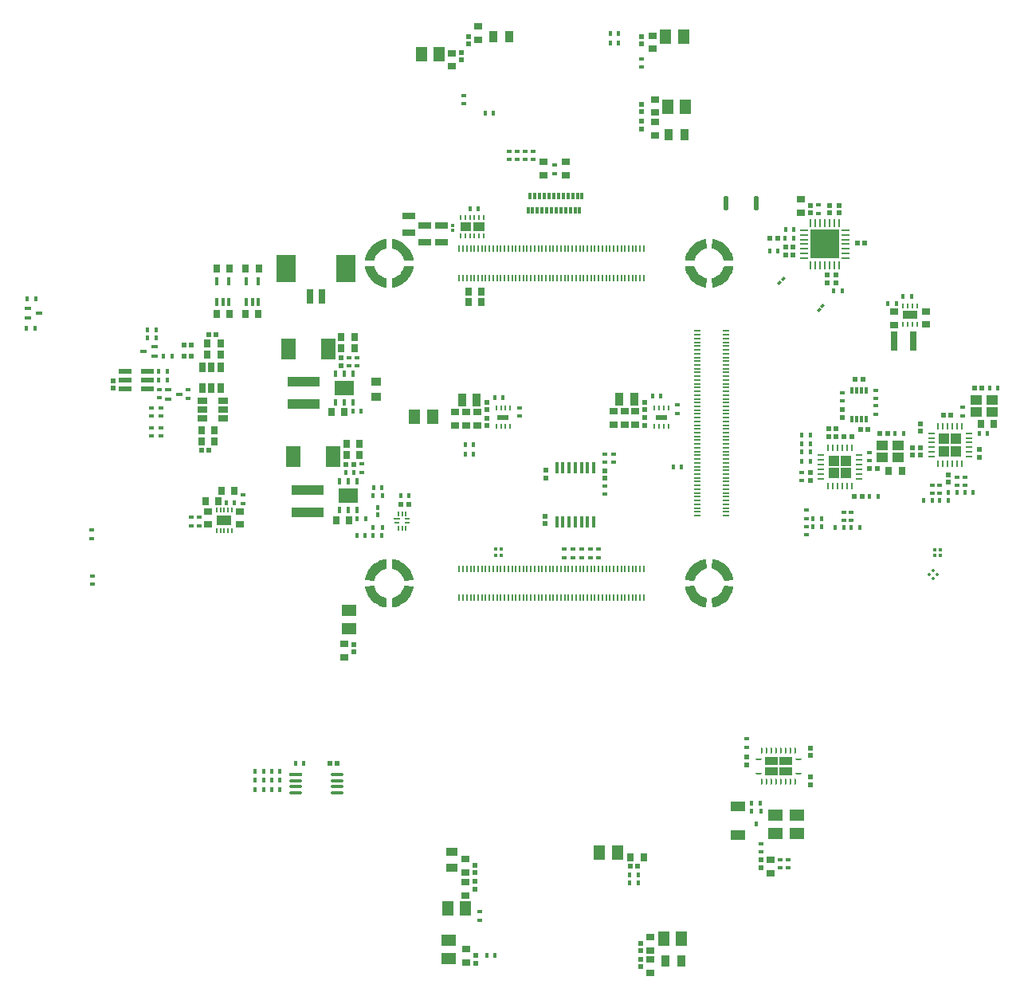
<source format=gtp>
G04*
G04 #@! TF.GenerationSoftware,Altium Limited,Altium Designer,23.5.1 (21)*
G04*
G04 Layer_Color=8421504*
%FSLAX44Y44*%
%MOMM*%
G71*
G04*
G04 #@! TF.SameCoordinates,796DE07C-666B-433A-AA3A-A7060A37A772*
G04*
G04*
G04 #@! TF.FilePolarity,Positive*
G04*
G01*
G75*
%ADD21R,1.3300X0.9200*%
%ADD22R,0.3500X0.7000*%
%ADD23R,2.0000X1.5200*%
%ADD24R,1.2458X0.5458*%
%ADD25R,0.5500X0.4500*%
%ADD26R,0.7000X0.9000*%
%ADD27R,0.7000X0.1800*%
%ADD28R,0.4000X0.5100*%
%ADD29R,0.4500X0.5500*%
%ADD30R,1.3000X1.5000*%
G04:AMPARAMS|DCode=31|XSize=0.55mm|YSize=1.5mm|CornerRadius=0.1375mm|HoleSize=0mm|Usage=FLASHONLY|Rotation=0.000|XOffset=0mm|YOffset=0mm|HoleType=Round|Shape=RoundedRectangle|*
%AMROUNDEDRECTD31*
21,1,0.5500,1.2250,0,0,0.0*
21,1,0.2750,1.5000,0,0,0.0*
1,1,0.2750,0.1375,-0.6125*
1,1,0.2750,-0.1375,-0.6125*
1,1,0.2750,-0.1375,0.6125*
1,1,0.2750,0.1375,0.6125*
%
%ADD31ROUNDEDRECTD31*%
%ADD32R,0.5200X0.5200*%
%ADD33R,1.5000X1.3000*%
G04:AMPARAMS|DCode=34|XSize=0.25mm|YSize=0.65mm|CornerRadius=0.0625mm|HoleSize=0mm|Usage=FLASHONLY|Rotation=270.000|XOffset=0mm|YOffset=0mm|HoleType=Round|Shape=RoundedRectangle|*
%AMROUNDEDRECTD34*
21,1,0.2500,0.5250,0,0,270.0*
21,1,0.1250,0.6500,0,0,270.0*
1,1,0.1250,-0.2625,-0.0625*
1,1,0.1250,-0.2625,0.0625*
1,1,0.1250,0.2625,0.0625*
1,1,0.1250,0.2625,-0.0625*
%
%ADD34ROUNDEDRECTD34*%
G04:AMPARAMS|DCode=35|XSize=0.24mm|YSize=0.6mm|CornerRadius=0.06mm|HoleSize=0mm|Usage=FLASHONLY|Rotation=0.000|XOffset=0mm|YOffset=0mm|HoleType=Round|Shape=RoundedRectangle|*
%AMROUNDEDRECTD35*
21,1,0.2400,0.4800,0,0,0.0*
21,1,0.1200,0.6000,0,0,0.0*
1,1,0.1200,0.0600,-0.2400*
1,1,0.1200,-0.0600,-0.2400*
1,1,0.1200,-0.0600,0.2400*
1,1,0.1200,0.0600,0.2400*
%
%ADD35ROUNDEDRECTD35*%
%ADD36R,0.8500X1.3000*%
%ADD37R,0.7100X0.3000*%
%ADD38R,1.3000X0.8500*%
%ADD39R,0.9000X0.7000*%
%ADD40R,3.1000X3.1000*%
%ADD41R,0.2900X0.8900*%
%ADD42R,0.8900X0.2900*%
%ADD43R,0.5200X0.5200*%
%ADD44R,0.2250X0.5630*%
%ADD45R,0.3000X0.7500*%
%ADD46R,0.6630X0.2250*%
%ADD47R,0.5630X0.2250*%
G04:AMPARAMS|DCode=48|XSize=0.4mm|YSize=1.2mm|CornerRadius=0.1mm|HoleSize=0mm|Usage=FLASHONLY|Rotation=180.000|XOffset=0mm|YOffset=0mm|HoleType=Round|Shape=RoundedRectangle|*
%AMROUNDEDRECTD48*
21,1,0.4000,1.0000,0,0,180.0*
21,1,0.2000,1.2000,0,0,180.0*
1,1,0.2000,-0.1000,0.5000*
1,1,0.2000,0.1000,0.5000*
1,1,0.2000,0.1000,-0.5000*
1,1,0.2000,-0.1000,-0.5000*
%
%ADD48ROUNDEDRECTD48*%
%ADD49R,1.4000X0.3500*%
%ADD50O,1.4000X0.3500*%
%ADD51R,0.2500X0.7500*%
%ADD52R,0.7500X0.2500*%
G04:AMPARAMS|DCode=53|XSize=0.5mm|YSize=0.25mm|CornerRadius=0.0313mm|HoleSize=0mm|Usage=FLASHONLY|Rotation=90.000|XOffset=0mm|YOffset=0mm|HoleType=Round|Shape=RoundedRectangle|*
%AMROUNDEDRECTD53*
21,1,0.5000,0.1875,0,0,90.0*
21,1,0.4375,0.2500,0,0,90.0*
1,1,0.0625,0.0938,0.2188*
1,1,0.0625,0.0938,-0.2188*
1,1,0.0625,-0.0938,-0.2188*
1,1,0.0625,-0.0938,0.2188*
%
%ADD53ROUNDEDRECTD53*%
%ADD54R,0.2540X0.5588*%
%ADD55R,1.6002X0.9906*%
%ADD56R,0.3500X0.8500*%
%ADD57R,0.2800X0.5000*%
%ADD58R,1.6000X0.9000*%
%ADD59R,1.3300X0.5600*%
%ADD60R,0.3000X0.8000*%
G04:AMPARAMS|DCode=61|XSize=0.5mm|YSize=0.25mm|CornerRadius=0.05mm|HoleSize=0mm|Usage=FLASHONLY|Rotation=90.000|XOffset=0mm|YOffset=0mm|HoleType=Round|Shape=RoundedRectangle|*
%AMROUNDEDRECTD61*
21,1,0.5000,0.1500,0,0,90.0*
21,1,0.4000,0.2500,0,0,90.0*
1,1,0.1000,0.0750,0.2000*
1,1,0.1000,0.0750,-0.2000*
1,1,0.1000,-0.0750,-0.2000*
1,1,0.1000,-0.0750,0.2000*
%
%ADD61ROUNDEDRECTD61*%
%ADD62R,0.3500X0.3500*%
%ADD63P,0.4950X4X180.0*%
%ADD64R,1.0000X0.9000*%
%ADD65R,0.6500X1.0600*%
%ADD66R,1.0600X0.6500*%
%ADD67R,0.8000X1.6000*%
%ADD68R,2.1000X3.0000*%
%ADD69R,1.2000X1.0000*%
%ADD70R,3.4000X0.9800*%
%ADD71R,0.8000X2.0000*%
%ADD72R,0.1800X0.7000*%
%ADD73R,0.7200X0.8800*%
%ADD74R,1.6200X2.1800*%
G04:AMPARAMS|DCode=75|XSize=0.32mm|YSize=0.36mm|CornerRadius=0mm|HoleSize=0mm|Usage=FLASHONLY|Rotation=135.000|XOffset=0mm|YOffset=0mm|HoleType=Round|Shape=Rectangle|*
%AMROTATEDRECTD75*
4,1,4,0.2404,0.0141,-0.0141,-0.2404,-0.2404,-0.0141,0.0141,0.2404,0.2404,0.0141,0.0*
%
%ADD75ROTATEDRECTD75*%

%ADD76R,0.3200X0.3600*%
G04:AMPARAMS|DCode=77|XSize=1.3mm|YSize=0.76mm|CornerRadius=0.095mm|HoleSize=0mm|Usage=FLASHONLY|Rotation=0.000|XOffset=0mm|YOffset=0mm|HoleType=Round|Shape=RoundedRectangle|*
%AMROUNDEDRECTD77*
21,1,1.3000,0.5700,0,0,0.0*
21,1,1.1100,0.7600,0,0,0.0*
1,1,0.1900,0.5550,-0.2850*
1,1,0.1900,-0.5550,-0.2850*
1,1,0.1900,-0.5550,0.2850*
1,1,0.1900,0.5550,0.2850*
%
%ADD77ROUNDEDRECTD77*%
%ADD78R,0.9500X1.3500*%
%ADD79R,1.5000X1.0500*%
G36*
X-89000Y283250D02*
X-100700D01*
Y292750D01*
X-89000D01*
Y283250D01*
D02*
G37*
G36*
X-75293Y283247D02*
X-87000D01*
Y292750D01*
X-75293D01*
Y283247D01*
D02*
G37*
G36*
X169163Y274533D02*
X173306Y273306D01*
X177189Y271412D01*
X180707Y268902D01*
X183762Y265847D01*
X186271Y262329D01*
X188165Y258446D01*
X189393Y254303D01*
X189656Y252159D01*
X179607Y251768D01*
Y251768D01*
X179349Y252962D01*
X178564Y255274D01*
X177437Y257439D01*
X175993Y259408D01*
X174267Y261134D01*
X172299Y262577D01*
X170133Y263704D01*
X167822Y264489D01*
X166628Y264747D01*
X167018Y274796D01*
X169163Y274533D01*
D02*
G37*
G36*
X161071Y264747D02*
X159877Y264489D01*
X157566Y263704D01*
X155401Y262577D01*
X153432Y261134D01*
X151706Y259408D01*
X150262Y257439D01*
X149135Y255274D01*
X148351Y252962D01*
X148093Y251768D01*
X138043Y252159D01*
X138043D01*
X138307Y254303D01*
X139534Y258446D01*
X141428Y262329D01*
X143937Y265847D01*
X146993Y268902D01*
X150510Y271412D01*
X154394Y273306D01*
X158537Y274533D01*
X160681Y274796D01*
X161071Y264747D01*
D02*
G37*
G36*
X-170837Y274533D02*
X-166695Y273306D01*
X-162811Y271411D01*
X-159293Y268902D01*
X-156238Y265847D01*
X-153729Y262329D01*
X-151835Y258446D01*
X-150607Y254303D01*
X-150344Y252159D01*
X-160393Y251768D01*
Y251768D01*
X-160651Y252962D01*
X-161436Y255274D01*
X-162563Y257439D01*
X-164007Y259408D01*
X-165733Y261134D01*
X-167701Y262577D01*
X-169867Y263704D01*
X-172178Y264489D01*
X-173372Y264747D01*
X-172982Y274796D01*
X-170837Y274533D01*
D02*
G37*
G36*
X-178929Y264747D02*
X-180123Y264489D01*
X-182434Y263704D01*
X-184599Y262577D01*
X-186568Y261134D01*
X-188294Y259408D01*
X-189738Y257439D01*
X-190865Y255274D01*
X-191649Y252962D01*
X-191907Y251768D01*
X-201957Y252159D01*
X-201957D01*
X-201693Y254303D01*
X-200466Y258446D01*
X-198572Y262329D01*
X-196063Y265847D01*
X-193008Y268902D01*
X-189490Y271411D01*
X-185606Y273306D01*
X-181463Y274533D01*
X-179319Y274796D01*
X-178929Y264747D01*
D02*
G37*
G36*
X148093Y246212D02*
D01*
X148093D01*
X148093D01*
D02*
G37*
G36*
X-191907Y246212D02*
D01*
X-191907D01*
X-191907D01*
D02*
G37*
G36*
X189656Y245821D02*
Y245821D01*
X189393Y243677D01*
X188165Y239534D01*
X186271Y235651D01*
X183762Y232133D01*
X180707Y229077D01*
X177189Y226568D01*
X173306Y224674D01*
X169163Y223447D01*
X167018Y223184D01*
X166628Y233233D01*
X166628D01*
X166628Y233233D01*
Y233233D01*
X167822Y233491D01*
X170133Y234276D01*
X172299Y235403D01*
X174267Y236846D01*
X175993Y238572D01*
X177437Y240541D01*
X178564Y242706D01*
X179349Y245018D01*
X179607Y246212D01*
X189656Y245821D01*
D02*
G37*
G36*
X-150344Y245821D02*
Y245821D01*
X-150607Y243677D01*
X-151835Y239534D01*
X-153729Y235651D01*
X-156238Y232133D01*
X-159293Y229077D01*
X-162811Y226568D01*
X-166695Y224674D01*
X-170837Y223447D01*
X-172982Y223184D01*
X-173372Y233233D01*
X-173372D01*
X-173372Y233233D01*
Y233233D01*
X-172178Y233491D01*
X-169867Y234276D01*
X-167701Y235403D01*
X-165733Y236846D01*
X-164007Y238572D01*
X-162563Y240541D01*
X-161436Y242706D01*
X-160651Y245018D01*
X-160393Y246212D01*
X-150344Y245821D01*
D02*
G37*
G36*
X148351Y245018D02*
X149135Y242706D01*
X150262Y240541D01*
X151706Y238572D01*
X153432Y236846D01*
X155401Y235403D01*
X157566Y234276D01*
X159877Y233491D01*
X161071Y233233D01*
X160681Y223184D01*
X160681Y223184D01*
X158537Y223447D01*
X154394Y224674D01*
X150510Y226568D01*
X146993Y229077D01*
X143937Y232133D01*
X141428Y235651D01*
X139534Y239534D01*
X138307Y243677D01*
X138043Y245821D01*
X148093Y246212D01*
X148351Y245018D01*
D02*
G37*
G36*
X-191649Y245018D02*
X-190865Y242706D01*
X-189738Y240541D01*
X-188294Y238572D01*
X-186568Y236846D01*
X-184599Y235403D01*
X-182434Y234276D01*
X-180123Y233491D01*
X-178929Y233233D01*
X-179319Y223184D01*
X-179319Y223184D01*
X-181463Y223447D01*
X-185606Y224674D01*
X-189490Y226568D01*
X-193008Y229077D01*
X-196063Y232133D01*
X-198572Y235651D01*
X-200466Y239534D01*
X-201693Y243677D01*
X-201957Y245821D01*
X-191907Y246212D01*
X-191649Y245018D01*
D02*
G37*
G36*
X431748Y56999D02*
X420749D01*
X420748Y56998D01*
Y67998D01*
X431748D01*
Y56999D01*
D02*
G37*
G36*
X418751D02*
X418752Y56998D01*
X407752D01*
Y67998D01*
X418751D01*
Y56999D01*
D02*
G37*
G36*
X418752Y44002D02*
X407752D01*
Y55001D01*
X418751D01*
X418752Y55002D01*
Y44002D01*
D02*
G37*
G36*
X431749Y44001D02*
X420750D01*
Y55000D01*
X420749Y55001D01*
X431749D01*
Y44001D01*
D02*
G37*
G36*
X314748Y33499D02*
X303749D01*
X303748Y33498D01*
Y44498D01*
X314748D01*
Y33499D01*
D02*
G37*
G36*
X301751D02*
X301752Y33498D01*
X290752D01*
Y44498D01*
X301751D01*
Y33499D01*
D02*
G37*
G36*
X301752Y20502D02*
X290752D01*
Y31501D01*
X301751D01*
X301752Y31502D01*
Y20502D01*
D02*
G37*
G36*
X314749Y20501D02*
X303750D01*
Y31500D01*
X303749Y31501D01*
X314749D01*
Y20501D01*
D02*
G37*
G36*
X-170837Y-65467D02*
X-166694Y-66694D01*
X-162811Y-68588D01*
X-159293Y-71098D01*
X-156238Y-74153D01*
X-153729Y-77671D01*
X-151835Y-81554D01*
X-150607Y-85697D01*
X-150344Y-87841D01*
X-160393Y-88232D01*
Y-88232D01*
X-160651Y-87038D01*
X-161436Y-84726D01*
X-162563Y-82561D01*
X-164007Y-80592D01*
X-165733Y-78866D01*
X-167701Y-77423D01*
X-169867Y-76296D01*
X-172178Y-75511D01*
X-173372Y-75253D01*
X-172982Y-65204D01*
X-170837Y-65467D01*
D02*
G37*
G36*
X-178929Y-75253D02*
X-180123Y-75511D01*
X-182434Y-76296D01*
X-184599Y-77423D01*
X-186568Y-78866D01*
X-188294Y-80592D01*
X-189737Y-82561D01*
X-190865Y-84726D01*
X-191649Y-87038D01*
X-191907Y-88232D01*
X-201957Y-87841D01*
X-201957D01*
X-201693Y-85697D01*
X-200466Y-81554D01*
X-198572Y-77671D01*
X-196063Y-74153D01*
X-193007Y-71098D01*
X-189490Y-68588D01*
X-185606Y-66694D01*
X-181463Y-65467D01*
X-179319Y-65204D01*
X-178929Y-75253D01*
D02*
G37*
G36*
X169163Y-65467D02*
X173305Y-66694D01*
X177189Y-68589D01*
X180707Y-71098D01*
X183762Y-74153D01*
X186271Y-77671D01*
X188165Y-81554D01*
X189393Y-85697D01*
X189656Y-87842D01*
X179607Y-88232D01*
Y-88232D01*
X179349Y-87038D01*
X178564Y-84726D01*
X177437Y-82561D01*
X175993Y-80592D01*
X174267Y-78866D01*
X172299Y-77423D01*
X170133Y-76296D01*
X167822Y-75511D01*
X166628Y-75253D01*
X167018Y-65204D01*
X169163Y-65467D01*
D02*
G37*
G36*
X161071Y-75253D02*
X159877Y-75511D01*
X157566Y-76296D01*
X155401Y-77423D01*
X153432Y-78866D01*
X151706Y-80592D01*
X150262Y-82561D01*
X149135Y-84726D01*
X148351Y-87038D01*
X148093Y-88232D01*
X138043Y-87842D01*
X138043D01*
X138307Y-85697D01*
X139534Y-81554D01*
X141428Y-77671D01*
X143937Y-74153D01*
X146993Y-71098D01*
X150510Y-68589D01*
X154394Y-66694D01*
X158537Y-65467D01*
X160681Y-65204D01*
X161071Y-75253D01*
D02*
G37*
G36*
X-191907Y-93788D02*
D01*
X-191907D01*
X-191907D01*
D02*
G37*
G36*
X148093Y-93788D02*
D01*
X148093D01*
X148093D01*
D02*
G37*
G36*
X-150344Y-94179D02*
Y-94179D01*
X-150607Y-96323D01*
X-151835Y-100466D01*
X-153729Y-104349D01*
X-156238Y-107867D01*
X-159293Y-110922D01*
X-162811Y-113432D01*
X-166694Y-115326D01*
X-170837Y-116553D01*
X-172982Y-116816D01*
X-173372Y-106767D01*
X-173372D01*
X-173372Y-106767D01*
Y-106767D01*
X-172178Y-106509D01*
X-169867Y-105724D01*
X-167701Y-104597D01*
X-165733Y-103154D01*
X-164007Y-101428D01*
X-162563Y-99459D01*
X-161436Y-97294D01*
X-160651Y-94982D01*
X-160393Y-93788D01*
X-150344Y-94179D01*
D02*
G37*
G36*
X189656Y-94179D02*
Y-94179D01*
X189393Y-96323D01*
X188165Y-100466D01*
X186271Y-104349D01*
X183762Y-107867D01*
X180707Y-110922D01*
X177189Y-113432D01*
X173305Y-115326D01*
X169163Y-116553D01*
X167018Y-116816D01*
X166628Y-106767D01*
X166628D01*
X166628Y-106767D01*
Y-106767D01*
X167822Y-106509D01*
X170133Y-105724D01*
X172299Y-104597D01*
X174267Y-103154D01*
X175993Y-101428D01*
X177437Y-99459D01*
X178564Y-97294D01*
X179349Y-94982D01*
X179607Y-93788D01*
X189656Y-94179D01*
D02*
G37*
G36*
X-191649Y-94982D02*
X-190865Y-97294D01*
X-189737Y-99459D01*
X-188294Y-101428D01*
X-186568Y-103154D01*
X-184599Y-104597D01*
X-182434Y-105724D01*
X-180123Y-106509D01*
X-178929Y-106767D01*
X-179319Y-116816D01*
X-179319Y-116816D01*
X-181463Y-116553D01*
X-185606Y-115326D01*
X-189490Y-113432D01*
X-193007Y-110922D01*
X-196063Y-107867D01*
X-198572Y-104349D01*
X-200466Y-100466D01*
X-201693Y-96323D01*
X-201957Y-94179D01*
X-191907Y-93788D01*
X-191649Y-94982D01*
D02*
G37*
G36*
X148351Y-94982D02*
X149135Y-97294D01*
X150262Y-99459D01*
X151706Y-101428D01*
X153432Y-103154D01*
X155401Y-104597D01*
X157566Y-105724D01*
X159877Y-106509D01*
X161071Y-106767D01*
X160681Y-116816D01*
X160681Y-116816D01*
X158537Y-116553D01*
X154394Y-115326D01*
X150510Y-113432D01*
X146993Y-110922D01*
X143937Y-107867D01*
X141428Y-104349D01*
X139534Y-100466D01*
X138307Y-96323D01*
X138043Y-94179D01*
X148093Y-93788D01*
X148351Y-94982D01*
D02*
G37*
D21*
X245194Y-291100D02*
D03*
Y-279900D02*
D03*
X229794Y-291100D02*
D03*
Y-279900D02*
D03*
D22*
X-233500Y101000D02*
D03*
X-224000Y101000D02*
D03*
X-214500Y101000D02*
D03*
Y132000D02*
D03*
X-224000Y132000D02*
D03*
X-233500D02*
D03*
X-229002Y-13540D02*
D03*
X-219503Y-13540D02*
D03*
X-210000Y-13537D02*
D03*
Y17462D02*
D03*
X-219503Y17460D02*
D03*
X-229003D02*
D03*
D23*
X-224000Y116497D02*
D03*
X-219500Y1960D02*
D03*
D24*
X-55001Y85501D02*
D03*
X112999Y85501D02*
D03*
D25*
X-419000Y95500D02*
D03*
Y86500D02*
D03*
X-428500Y86500D02*
D03*
Y95500D02*
D03*
X-419000Y65500D02*
D03*
Y74500D02*
D03*
X-429000Y65500D02*
D03*
Y74500D02*
D03*
X248000Y-393500D02*
D03*
X239000D02*
D03*
X130000Y89500D02*
D03*
Y98500D02*
D03*
X-38000Y86500D02*
D03*
Y95500D02*
D03*
X-218500Y140000D02*
D03*
Y149000D02*
D03*
X204000Y-256500D02*
D03*
Y-265500D02*
D03*
X248000Y-384500D02*
D03*
X239000D02*
D03*
X219000Y-376500D02*
D03*
Y-367500D02*
D03*
X-210000Y149000D02*
D03*
Y140000D02*
D03*
X-80000Y-449000D02*
D03*
Y-440000D02*
D03*
X10000Y-63500D02*
D03*
Y-54500D02*
D03*
X46000Y-63500D02*
D03*
Y-54500D02*
D03*
X37500Y-63500D02*
D03*
Y-54500D02*
D03*
X28000Y-63500D02*
D03*
Y-54500D02*
D03*
X-97000Y427500D02*
D03*
Y418500D02*
D03*
X91500Y457425D02*
D03*
Y466425D02*
D03*
X19000Y-63500D02*
D03*
Y-54500D02*
D03*
X408250Y4500D02*
D03*
Y13500D02*
D03*
X400750Y4500D02*
D03*
Y13500D02*
D03*
X435250Y13000D02*
D03*
Y22000D02*
D03*
X427250Y13000D02*
D03*
Y22000D02*
D03*
X432750Y87000D02*
D03*
Y96000D02*
D03*
X262500Y18000D02*
D03*
Y27000D02*
D03*
X266750Y-22500D02*
D03*
Y-13500D02*
D03*
Y-39500D02*
D03*
Y-30500D02*
D03*
X306750Y-24500D02*
D03*
Y-15500D02*
D03*
X314750Y-24500D02*
D03*
Y-15500D02*
D03*
X334250Y39000D02*
D03*
Y48000D02*
D03*
X-492500Y-43500D02*
D03*
Y-34500D02*
D03*
X-491500Y-83000D02*
D03*
Y-92000D02*
D03*
X53000Y3500D02*
D03*
Y12500D02*
D03*
X280000Y311000D02*
D03*
Y302000D02*
D03*
X-49000Y359000D02*
D03*
Y368000D02*
D03*
X-40500Y359000D02*
D03*
Y368000D02*
D03*
X-32000Y359000D02*
D03*
Y368000D02*
D03*
X-23000Y359000D02*
D03*
Y368000D02*
D03*
X-500Y344500D02*
D03*
Y353500D02*
D03*
X-331500Y3000D02*
D03*
Y-6000D02*
D03*
X-420500Y115000D02*
D03*
Y106000D02*
D03*
X-386500Y-30000D02*
D03*
Y-21000D02*
D03*
X-378000Y-21000D02*
D03*
Y-30000D02*
D03*
X-389500Y105500D02*
D03*
Y114500D02*
D03*
X-205500Y26750D02*
D03*
Y35750D02*
D03*
X340750Y105000D02*
D03*
Y114000D02*
D03*
Y97500D02*
D03*
Y88500D02*
D03*
X305500Y111631D02*
D03*
Y102631D02*
D03*
X53188Y46312D02*
D03*
Y37312D02*
D03*
X61964Y46312D02*
D03*
Y37312D02*
D03*
D26*
X-78000Y219000D02*
D03*
X-92000D02*
D03*
X-78000Y207500D02*
D03*
X-92000D02*
D03*
X94340Y-382000D02*
D03*
X80340D02*
D03*
X-237500Y91000D02*
D03*
X-223500D02*
D03*
X-227000Y170500D02*
D03*
X-213000D02*
D03*
X-227000Y159000D02*
D03*
X-213000D02*
D03*
X-354500Y7500D02*
D03*
X-340500D02*
D03*
X-232500Y-23750D02*
D03*
X-218500D02*
D03*
X-221500Y57250D02*
D03*
X-207500D02*
D03*
X-221500Y45250D02*
D03*
X-207500D02*
D03*
X-357500Y-4000D02*
D03*
X-371500D02*
D03*
X-359500Y243000D02*
D03*
X-345500D02*
D03*
X-359500Y195500D02*
D03*
X-345500D02*
D03*
X-375500Y71500D02*
D03*
X-361500D02*
D03*
X-328500Y243000D02*
D03*
X-314500D02*
D03*
X-329000Y195500D02*
D03*
X-315000D02*
D03*
X-355500Y163500D02*
D03*
X-369500D02*
D03*
X-355500Y152000D02*
D03*
X-369500D02*
D03*
X-375500Y60000D02*
D03*
X-361500D02*
D03*
D27*
X150920Y60990D02*
D03*
Y64990D02*
D03*
Y-19010D02*
D03*
X181720D02*
D03*
X150920Y-15010D02*
D03*
X181720D02*
D03*
Y-11010D02*
D03*
X150920D02*
D03*
Y-7010D02*
D03*
X181720D02*
D03*
X150920Y-3010D02*
D03*
X181720D02*
D03*
X150920Y990D02*
D03*
X181720D02*
D03*
X150920Y4990D02*
D03*
X181720D02*
D03*
X150920Y8990D02*
D03*
X181720D02*
D03*
X150920Y12990D02*
D03*
X181720D02*
D03*
Y16990D02*
D03*
X150920D02*
D03*
Y20990D02*
D03*
X181720D02*
D03*
X150920Y24990D02*
D03*
X181720D02*
D03*
Y28990D02*
D03*
X150920D02*
D03*
Y32990D02*
D03*
X181720D02*
D03*
X150920Y36990D02*
D03*
X181720D02*
D03*
Y40990D02*
D03*
X150920D02*
D03*
Y44990D02*
D03*
X181720D02*
D03*
X150920Y48990D02*
D03*
X181720D02*
D03*
X150920Y52990D02*
D03*
X181720D02*
D03*
Y56990D02*
D03*
X150920D02*
D03*
X181720Y60990D02*
D03*
Y64990D02*
D03*
Y68990D02*
D03*
X150920D02*
D03*
X181720Y72990D02*
D03*
X150920D02*
D03*
X181720Y76990D02*
D03*
X150920D02*
D03*
Y80990D02*
D03*
X181720D02*
D03*
Y84990D02*
D03*
X150920D02*
D03*
X181720Y88990D02*
D03*
X150920D02*
D03*
X181720Y92990D02*
D03*
X150920D02*
D03*
X181720Y96990D02*
D03*
X150920D02*
D03*
X181720Y100990D02*
D03*
X150920D02*
D03*
Y104990D02*
D03*
X181720D02*
D03*
Y108990D02*
D03*
X150920D02*
D03*
Y112990D02*
D03*
X181720D02*
D03*
X150920Y116990D02*
D03*
X181720D02*
D03*
X150920Y120990D02*
D03*
X181720D02*
D03*
X150920Y124990D02*
D03*
X181720D02*
D03*
Y128990D02*
D03*
X150920D02*
D03*
Y132990D02*
D03*
X181720D02*
D03*
X150920Y136990D02*
D03*
X181720D02*
D03*
X150920Y140990D02*
D03*
X181720D02*
D03*
X150920Y144990D02*
D03*
X181720D02*
D03*
X150920Y148990D02*
D03*
X181720D02*
D03*
X150920Y152990D02*
D03*
X181720D02*
D03*
X150920Y156990D02*
D03*
X181720D02*
D03*
X150920Y160990D02*
D03*
X181720D02*
D03*
X150920Y164990D02*
D03*
X181720D02*
D03*
X150920Y168990D02*
D03*
X181720D02*
D03*
X150920Y172990D02*
D03*
X181720D02*
D03*
X150920Y176990D02*
D03*
X181720D02*
D03*
D28*
X-183500Y2000D02*
D03*
X-193500D02*
D03*
X-188500Y-11000D02*
D03*
X219000Y-333500D02*
D03*
X209000D02*
D03*
X214000Y-346500D02*
D03*
X-193500Y-31500D02*
D03*
X-183500D02*
D03*
X-188500Y-18500D02*
D03*
D29*
X-184000Y10500D02*
D03*
X-193000D02*
D03*
X-560500Y211000D02*
D03*
X-551500D02*
D03*
X-552500Y180000D02*
D03*
X-561500D02*
D03*
X-201500Y-40000D02*
D03*
X-210500D02*
D03*
X-416000Y150000D02*
D03*
X-407000D02*
D03*
X-424000Y178000D02*
D03*
X-433000D02*
D03*
X-424000Y169500D02*
D03*
X-433000D02*
D03*
X-63500Y-486500D02*
D03*
X-72500D02*
D03*
X88375Y-400500D02*
D03*
X79375D02*
D03*
X79375Y-409500D02*
D03*
X88375D02*
D03*
X244470Y275210D02*
D03*
X253470D02*
D03*
X-193500Y-40000D02*
D03*
X-184500D02*
D03*
X-74318Y408182D02*
D03*
X-65318D02*
D03*
X67500Y493000D02*
D03*
X58500D02*
D03*
X-309750Y-310000D02*
D03*
X-318750D02*
D03*
X-309750Y-300500D02*
D03*
X-318750D02*
D03*
X-309750Y-291000D02*
D03*
X-318750D02*
D03*
X-266750Y-282500D02*
D03*
X-275750D02*
D03*
X-292250Y-310000D02*
D03*
X-301250D02*
D03*
X-292250Y-300500D02*
D03*
X-301250D02*
D03*
X-292250Y-291000D02*
D03*
X-301250D02*
D03*
X218000Y-325000D02*
D03*
X209000D02*
D03*
X58500Y483000D02*
D03*
X67500D02*
D03*
X435250Y5500D02*
D03*
X444250D02*
D03*
X427250D02*
D03*
X418250D02*
D03*
X408750Y-3000D02*
D03*
X417750D02*
D03*
X391750D02*
D03*
X400750D02*
D03*
X459750Y68000D02*
D03*
X450750D02*
D03*
X461500Y116000D02*
D03*
X470500D02*
D03*
X271500Y57500D02*
D03*
X262500D02*
D03*
X306750Y-32000D02*
D03*
X297750D02*
D03*
X314750D02*
D03*
X323750D02*
D03*
X262500Y38500D02*
D03*
X271500D02*
D03*
X262500Y48500D02*
D03*
X271500D02*
D03*
X334250Y1000D02*
D03*
X343250D02*
D03*
X274250Y-22500D02*
D03*
X283250D02*
D03*
X271500Y66500D02*
D03*
X262500D02*
D03*
X274250Y-30500D02*
D03*
X283250D02*
D03*
X361250Y68000D02*
D03*
X370250D02*
D03*
X-164000Y2000D02*
D03*
X-155000D02*
D03*
X228000Y262000D02*
D03*
X237000D02*
D03*
X305000Y219500D02*
D03*
X296000D02*
D03*
X245000Y285000D02*
D03*
X254000D02*
D03*
X-81500Y307000D02*
D03*
X-90500D02*
D03*
X-210000Y-22750D02*
D03*
X-201000D02*
D03*
X-340500Y-5500D02*
D03*
X-349500D02*
D03*
X-215000Y92000D02*
D03*
X-206000D02*
D03*
X-412000Y134500D02*
D03*
X-421000D02*
D03*
X370000Y213500D02*
D03*
X379000D02*
D03*
X353500Y206500D02*
D03*
X362500D02*
D03*
X-412000Y125000D02*
D03*
X-421000D02*
D03*
X-222500Y26750D02*
D03*
X-213500D02*
D03*
X134500Y33000D02*
D03*
X125500D02*
D03*
X-55000Y106500D02*
D03*
X-64000D02*
D03*
X-86500Y46500D02*
D03*
X-95500D02*
D03*
X-86500Y56500D02*
D03*
X-95500D02*
D03*
X112500Y108000D02*
D03*
X103500D02*
D03*
D30*
X47099Y-377161D02*
D03*
X66099D02*
D03*
X-95224Y-436776D02*
D03*
X-114224D02*
D03*
X115500Y-468500D02*
D03*
X134500D02*
D03*
X-149000Y86000D02*
D03*
X-130000D02*
D03*
X-142001Y471000D02*
D03*
X-123000D02*
D03*
X138500Y415000D02*
D03*
X119500D02*
D03*
X136500Y490000D02*
D03*
X117500D02*
D03*
D31*
X181250Y313000D02*
D03*
X213750D02*
D03*
D32*
X204000Y-284000D02*
D03*
Y-276000D02*
D03*
X219000Y-393000D02*
D03*
Y-385000D02*
D03*
X271000Y-297000D02*
D03*
Y-305000D02*
D03*
Y-274000D02*
D03*
Y-266000D02*
D03*
X-84875Y-398500D02*
D03*
Y-390500D02*
D03*
Y-416000D02*
D03*
Y-408000D02*
D03*
X-84375Y-494500D02*
D03*
Y-486500D02*
D03*
X91125Y-498500D02*
D03*
Y-490500D02*
D03*
Y-481500D02*
D03*
Y-473500D02*
D03*
X53086Y28600D02*
D03*
Y20600D02*
D03*
X-227000Y140500D02*
D03*
Y148500D02*
D03*
X271000Y310500D02*
D03*
Y302500D02*
D03*
X292000Y310500D02*
D03*
Y302500D02*
D03*
X298500Y228500D02*
D03*
Y236500D02*
D03*
X301500Y310500D02*
D03*
Y302500D02*
D03*
X289500Y228500D02*
D03*
Y236500D02*
D03*
X-10000Y21000D02*
D03*
Y29000D02*
D03*
X-10500Y-19500D02*
D03*
Y-27500D02*
D03*
X-91500Y482075D02*
D03*
Y490075D02*
D03*
X-99500Y464867D02*
D03*
Y472867D02*
D03*
X91500Y399925D02*
D03*
Y391925D02*
D03*
Y481925D02*
D03*
Y489925D02*
D03*
Y417925D02*
D03*
Y409925D02*
D03*
X-213817Y-155878D02*
D03*
Y-163878D02*
D03*
X388250Y53000D02*
D03*
Y45000D02*
D03*
X379750Y45000D02*
D03*
Y53000D02*
D03*
X388250Y70500D02*
D03*
Y78500D02*
D03*
X451250Y43000D02*
D03*
Y51000D02*
D03*
X418250Y24500D02*
D03*
Y16500D02*
D03*
X271250Y18500D02*
D03*
Y26500D02*
D03*
X-469500Y116000D02*
D03*
Y124000D02*
D03*
X305500Y85500D02*
D03*
Y93500D02*
D03*
X-72500Y84500D02*
D03*
Y76500D02*
D03*
Y93500D02*
D03*
Y101500D02*
D03*
X95500Y85000D02*
D03*
Y77000D02*
D03*
Y93500D02*
D03*
Y101500D02*
D03*
D33*
X257000Y-356500D02*
D03*
Y-337500D02*
D03*
X-113000Y-489500D02*
D03*
Y-470500D02*
D03*
X234000Y-337500D02*
D03*
Y-356500D02*
D03*
X-219000Y-120000D02*
D03*
Y-139000D02*
D03*
D34*
X259000Y-278000D02*
D03*
Y-293000D02*
D03*
X216000Y-293000D02*
D03*
Y-278000D02*
D03*
D35*
X250000Y-269000D02*
D03*
X250000Y-302000D02*
D03*
X255000Y-269000D02*
D03*
X245000D02*
D03*
X240000D02*
D03*
X235000D02*
D03*
X230000D02*
D03*
X225000D02*
D03*
X220000Y-302000D02*
D03*
X225000D02*
D03*
X230000D02*
D03*
X235000D02*
D03*
X240000D02*
D03*
X245000D02*
D03*
X220000Y-269000D02*
D03*
X255000Y-302000D02*
D03*
D36*
X120500Y386000D02*
D03*
X137500D02*
D03*
X117500Y-492000D02*
D03*
X134500D02*
D03*
X-65500Y490000D02*
D03*
X-48500D02*
D03*
D37*
X-547800Y196000D02*
D03*
X-560000Y191000D02*
D03*
Y201000D02*
D03*
X-425000Y150500D02*
D03*
Y160500D02*
D03*
X-437200Y155500D02*
D03*
X-411100Y114500D02*
D03*
Y104500D02*
D03*
X-398900Y109500D02*
D03*
D38*
X-110000Y-393500D02*
D03*
Y-376500D02*
D03*
D39*
X229000Y-385000D02*
D03*
Y-399000D02*
D03*
X-94875Y-384000D02*
D03*
Y-398000D02*
D03*
X-94375Y-480000D02*
D03*
Y-494000D02*
D03*
X-94875Y-408500D02*
D03*
Y-422500D02*
D03*
X101625Y-467000D02*
D03*
Y-481000D02*
D03*
X101625Y-491000D02*
D03*
Y-505000D02*
D03*
X-106000Y77000D02*
D03*
Y91000D02*
D03*
X62500Y77500D02*
D03*
Y91500D02*
D03*
X261000Y303000D02*
D03*
Y317000D02*
D03*
X-368500Y-14500D02*
D03*
Y-28500D02*
D03*
X-81500Y486500D02*
D03*
Y500500D02*
D03*
X-109501Y472367D02*
D03*
Y458367D02*
D03*
X106000Y385000D02*
D03*
Y399000D02*
D03*
X104000Y491000D02*
D03*
Y477000D02*
D03*
X106000Y409000D02*
D03*
Y423000D02*
D03*
X-223500Y-155500D02*
D03*
Y-169500D02*
D03*
X11500Y342500D02*
D03*
Y356500D02*
D03*
X-12000Y342500D02*
D03*
Y356500D02*
D03*
X-334500Y-14500D02*
D03*
Y-28500D02*
D03*
X360500Y183500D02*
D03*
Y197500D02*
D03*
X394500Y184000D02*
D03*
Y198000D02*
D03*
X-94500Y77000D02*
D03*
Y91000D02*
D03*
X-82500Y77012D02*
D03*
Y91012D02*
D03*
X85500Y77500D02*
D03*
Y91500D02*
D03*
X74000Y77500D02*
D03*
Y91500D02*
D03*
D40*
X286616Y269270D02*
D03*
D41*
X301616Y247170D02*
D03*
X296616D02*
D03*
X291616D02*
D03*
X286616D02*
D03*
X281616D02*
D03*
X276616D02*
D03*
X271616D02*
D03*
Y291370D02*
D03*
X276616D02*
D03*
X281616D02*
D03*
X286616D02*
D03*
X291616D02*
D03*
X296616D02*
D03*
X301616D02*
D03*
D42*
X264516Y254270D02*
D03*
Y259270D02*
D03*
Y264270D02*
D03*
Y269270D02*
D03*
Y274270D02*
D03*
Y279270D02*
D03*
Y284270D02*
D03*
X308716D02*
D03*
Y279270D02*
D03*
Y274270D02*
D03*
Y269270D02*
D03*
Y264270D02*
D03*
Y259270D02*
D03*
Y254270D02*
D03*
D43*
X80000Y-392000D02*
D03*
X88000D02*
D03*
X245000Y266500D02*
D03*
X253000D02*
D03*
X245000Y257500D02*
D03*
X253000D02*
D03*
X329000Y270500D02*
D03*
X321000D02*
D03*
X228500Y275210D02*
D03*
X236500D02*
D03*
X-163500Y-7000D02*
D03*
X-155500D02*
D03*
X-386500Y150000D02*
D03*
X-394500D02*
D03*
X-386500Y162500D02*
D03*
X-394500D02*
D03*
X-239250Y-282500D02*
D03*
X-231250D02*
D03*
X420750Y88000D02*
D03*
X412750D02*
D03*
X453750Y116000D02*
D03*
X445750D02*
D03*
X298750Y73000D02*
D03*
X290750D02*
D03*
X315250Y64500D02*
D03*
X307250D02*
D03*
X290750D02*
D03*
X298750D02*
D03*
X334250Y30500D02*
D03*
X342250D02*
D03*
X318250Y1000D02*
D03*
X326250D02*
D03*
X353250Y68000D02*
D03*
X345250D02*
D03*
X-214000Y35250D02*
D03*
X-222000D02*
D03*
X-360000Y173500D02*
D03*
X-368000D02*
D03*
X-375500Y50000D02*
D03*
X-367500D02*
D03*
X327000Y125500D02*
D03*
X319000D02*
D03*
X332500Y72000D02*
D03*
X324500D02*
D03*
D44*
X-162500Y-32500D02*
D03*
X-158500D02*
D03*
X-166500D02*
D03*
X-158500Y-17130D02*
D03*
X-162500D02*
D03*
X-166500D02*
D03*
D45*
X-28750Y305000D02*
D03*
X-23750D02*
D03*
X-18750D02*
D03*
X-13750D02*
D03*
X-8750D02*
D03*
X-3750D02*
D03*
X1250D02*
D03*
X6250D02*
D03*
X11250D02*
D03*
X16250D02*
D03*
X21250D02*
D03*
X26250D02*
D03*
X28750Y320100D02*
D03*
X23750D02*
D03*
X18750D02*
D03*
X13750D02*
D03*
X8750D02*
D03*
X3750D02*
D03*
X-1250D02*
D03*
X-6250D02*
D03*
X-11250D02*
D03*
X-16250D02*
D03*
X-21250D02*
D03*
X-26250D02*
D03*
D46*
X-167685Y-22815D02*
D03*
D47*
X-168185Y-26815D02*
D03*
X-156815D02*
D03*
Y-22815D02*
D03*
D48*
X41000Y31500D02*
D03*
X34500D02*
D03*
X28000D02*
D03*
X21500D02*
D03*
X15000D02*
D03*
X8500D02*
D03*
X2000D02*
D03*
X41000Y-25500D02*
D03*
X34500D02*
D03*
X28000D02*
D03*
X21500D02*
D03*
X15000D02*
D03*
X8500D02*
D03*
X2000D02*
D03*
D49*
X-275750Y-294250D02*
D03*
D50*
Y-300750D02*
D03*
Y-307250D02*
D03*
Y-313750D02*
D03*
X-231750Y-300750D02*
D03*
Y-294250D02*
D03*
Y-307250D02*
D03*
Y-313750D02*
D03*
D51*
X432250Y76000D02*
D03*
X427250D02*
D03*
X422250D02*
D03*
X417250D02*
D03*
X412250D02*
D03*
X407250D02*
D03*
Y36000D02*
D03*
X412250D02*
D03*
X417250D02*
D03*
X422250D02*
D03*
X427250D02*
D03*
X432250D02*
D03*
X315250Y12500D02*
D03*
X310250D02*
D03*
X305250D02*
D03*
X300250D02*
D03*
X295250D02*
D03*
X290250D02*
D03*
Y52500D02*
D03*
X295250D02*
D03*
X300250D02*
D03*
X305250D02*
D03*
X310250D02*
D03*
X315250D02*
D03*
D52*
X399750Y68500D02*
D03*
Y63500D02*
D03*
Y58500D02*
D03*
Y53500D02*
D03*
Y48500D02*
D03*
Y43500D02*
D03*
X439750D02*
D03*
Y48500D02*
D03*
Y53500D02*
D03*
Y58500D02*
D03*
Y63500D02*
D03*
Y68500D02*
D03*
X322750Y45000D02*
D03*
Y40000D02*
D03*
Y35000D02*
D03*
Y30000D02*
D03*
Y25000D02*
D03*
Y20000D02*
D03*
X282750D02*
D03*
Y25000D02*
D03*
Y30000D02*
D03*
Y35000D02*
D03*
Y40000D02*
D03*
Y45000D02*
D03*
D53*
X-100500Y297500D02*
D03*
X-95500D02*
D03*
X-90500D02*
D03*
X-85500D02*
D03*
X-80500D02*
D03*
X-75500D02*
D03*
Y278500D02*
D03*
X-80500D02*
D03*
X-85500D02*
D03*
X-90500D02*
D03*
X-95500D02*
D03*
X-100500D02*
D03*
D54*
X-359500Y-34795D02*
D03*
X-355500D02*
D03*
X-351500D02*
D03*
X-347500D02*
D03*
X-343500D02*
D03*
Y-13205D02*
D03*
X-347500D02*
D03*
X-351500D02*
D03*
X-355500D02*
D03*
X-359500D02*
D03*
D55*
X-351500Y-24000D02*
D03*
D56*
X-353000Y208213D02*
D03*
X-359500D02*
D03*
Y230213D02*
D03*
X-346500Y208213D02*
D03*
Y230213D02*
D03*
X-315123D02*
D03*
Y208213D02*
D03*
X-328123Y230213D02*
D03*
Y208213D02*
D03*
X-321623D02*
D03*
D57*
X370000Y184500D02*
D03*
X375000D02*
D03*
X380000D02*
D03*
X385000D02*
D03*
X370000Y203500D02*
D03*
X375000D02*
D03*
X380000D02*
D03*
X385000D02*
D03*
D58*
X377500Y194000D02*
D03*
D59*
X-457000Y134500D02*
D03*
Y125000D02*
D03*
Y115500D02*
D03*
X-433000D02*
D03*
Y125000D02*
D03*
Y134500D02*
D03*
D60*
X330750Y114000D02*
D03*
X325750D02*
D03*
X320750D02*
D03*
X315750D02*
D03*
X330750Y83000D02*
D03*
X325750D02*
D03*
X320750D02*
D03*
X315750D02*
D03*
D61*
X-62500Y76000D02*
D03*
X-57500D02*
D03*
X-52500D02*
D03*
X-47500D02*
D03*
Y95000D02*
D03*
X-52500D02*
D03*
X-57500D02*
D03*
X-62500D02*
D03*
X105500Y76000D02*
D03*
X110500D02*
D03*
X115500D02*
D03*
X120500D02*
D03*
Y95000D02*
D03*
X115500D02*
D03*
X110500D02*
D03*
X105500D02*
D03*
D62*
X409750Y-61500D02*
D03*
Y-55500D02*
D03*
X403750Y-61500D02*
D03*
Y-55500D02*
D03*
X-56750Y-61000D02*
D03*
Y-55000D02*
D03*
X-62750Y-61000D02*
D03*
Y-55000D02*
D03*
D63*
X406121Y-81879D02*
D03*
X401879Y-86121D02*
D03*
X402121Y-77879D02*
D03*
X397879Y-82121D02*
D03*
D64*
X-190000Y107000D02*
D03*
Y123000D02*
D03*
D65*
X-355500Y116500D02*
D03*
X-365000D02*
D03*
X-374500D02*
D03*
Y138500D02*
D03*
X-365000D02*
D03*
X-355500D02*
D03*
D66*
X-374500Y84000D02*
D03*
Y93500D02*
D03*
Y103000D02*
D03*
X-352500D02*
D03*
Y93500D02*
D03*
Y84000D02*
D03*
D67*
X-247750Y214000D02*
D03*
X-260250D02*
D03*
D68*
X-222250Y243000D02*
D03*
X-285750D02*
D03*
D69*
X447750Y104000D02*
D03*
X464750Y91000D02*
D03*
X447750D02*
D03*
X464750Y104000D02*
D03*
X347750Y55500D02*
D03*
X364750Y42500D02*
D03*
X347750D02*
D03*
X364750Y55500D02*
D03*
D70*
X-267500Y99150D02*
D03*
Y122850D02*
D03*
X-263000Y-15450D02*
D03*
Y8250D02*
D03*
D71*
X360500Y166500D02*
D03*
X380500D02*
D03*
D72*
X-101680Y-75610D02*
D03*
Y-106410D02*
D03*
X-97680Y-75610D02*
D03*
Y-106410D02*
D03*
X-93680Y-75610D02*
D03*
Y-106410D02*
D03*
X-89680Y-75610D02*
D03*
Y-106410D02*
D03*
X-85680Y-75610D02*
D03*
Y-106410D02*
D03*
X-81680Y-75610D02*
D03*
Y-106410D02*
D03*
X-77680Y-75610D02*
D03*
Y-106410D02*
D03*
X-73680Y-75610D02*
D03*
Y-106410D02*
D03*
X-69680Y-75610D02*
D03*
Y-106410D02*
D03*
X-65680Y-75610D02*
D03*
Y-106410D02*
D03*
X-61680Y-75610D02*
D03*
Y-106410D02*
D03*
X-57680Y-75610D02*
D03*
Y-106410D02*
D03*
X-53680D02*
D03*
Y-75610D02*
D03*
X-49680D02*
D03*
Y-106410D02*
D03*
X-45680Y-75610D02*
D03*
Y-106410D02*
D03*
X-41680Y-75610D02*
D03*
Y-106410D02*
D03*
X-37680Y-75610D02*
D03*
Y-106410D02*
D03*
X-33680D02*
D03*
Y-75610D02*
D03*
X-29680D02*
D03*
Y-106410D02*
D03*
X-25680D02*
D03*
Y-75610D02*
D03*
X-21680Y-106410D02*
D03*
Y-75610D02*
D03*
X-17680Y-106410D02*
D03*
Y-75610D02*
D03*
X-13680Y-106410D02*
D03*
Y-75610D02*
D03*
X-9680Y-106410D02*
D03*
Y-75610D02*
D03*
X-5680D02*
D03*
Y-106410D02*
D03*
X-1680D02*
D03*
Y-75610D02*
D03*
X2320Y-106410D02*
D03*
Y-75610D02*
D03*
X6320Y-106410D02*
D03*
Y-75610D02*
D03*
X10320Y-106410D02*
D03*
Y-75610D02*
D03*
X14320D02*
D03*
Y-106410D02*
D03*
X18320D02*
D03*
Y-75610D02*
D03*
X22320D02*
D03*
Y-106410D02*
D03*
X26320Y-75610D02*
D03*
Y-106410D02*
D03*
X30320Y-75610D02*
D03*
Y-106410D02*
D03*
X34320D02*
D03*
Y-75610D02*
D03*
X38320D02*
D03*
Y-106410D02*
D03*
X42320Y-75610D02*
D03*
Y-106410D02*
D03*
X46320D02*
D03*
Y-75610D02*
D03*
X50320D02*
D03*
Y-106410D02*
D03*
X54320Y-75610D02*
D03*
Y-106410D02*
D03*
X58320D02*
D03*
Y-75610D02*
D03*
X62320D02*
D03*
Y-106410D02*
D03*
X66320Y-75610D02*
D03*
Y-106410D02*
D03*
X70320Y-75610D02*
D03*
Y-106410D02*
D03*
X74320Y-75610D02*
D03*
Y-106410D02*
D03*
X78320Y-75610D02*
D03*
Y-106410D02*
D03*
X82320Y-75610D02*
D03*
Y-106410D02*
D03*
X86320D02*
D03*
Y-75610D02*
D03*
X90320D02*
D03*
Y-106410D02*
D03*
X94320Y-75610D02*
D03*
Y-106410D02*
D03*
Y233590D02*
D03*
Y264390D02*
D03*
X90320Y233590D02*
D03*
Y264390D02*
D03*
X86320D02*
D03*
Y233590D02*
D03*
X82320D02*
D03*
Y264390D02*
D03*
X78320Y233590D02*
D03*
Y264390D02*
D03*
X74320Y233590D02*
D03*
Y264390D02*
D03*
X70320Y233590D02*
D03*
Y264390D02*
D03*
X66320Y233590D02*
D03*
Y264390D02*
D03*
X62320Y233590D02*
D03*
Y264390D02*
D03*
X58320D02*
D03*
Y233590D02*
D03*
X54320D02*
D03*
Y264390D02*
D03*
X50320Y233590D02*
D03*
Y264390D02*
D03*
X46320D02*
D03*
Y233590D02*
D03*
X42320D02*
D03*
Y264390D02*
D03*
X38320Y233590D02*
D03*
Y264390D02*
D03*
X34320D02*
D03*
Y233590D02*
D03*
X30320D02*
D03*
Y264390D02*
D03*
X26320Y233590D02*
D03*
Y264390D02*
D03*
X22320Y233590D02*
D03*
Y264390D02*
D03*
X18320D02*
D03*
Y233590D02*
D03*
X14320D02*
D03*
Y264390D02*
D03*
X10320D02*
D03*
Y233590D02*
D03*
X6320Y264390D02*
D03*
Y233590D02*
D03*
X2320Y264390D02*
D03*
Y233590D02*
D03*
X-1680Y264390D02*
D03*
Y233590D02*
D03*
X-5680D02*
D03*
Y264390D02*
D03*
X-9680D02*
D03*
Y233590D02*
D03*
X-13680Y264390D02*
D03*
Y233590D02*
D03*
X-17680Y264390D02*
D03*
Y233590D02*
D03*
X-21680Y264390D02*
D03*
Y233590D02*
D03*
X-25680Y264390D02*
D03*
Y233590D02*
D03*
X-29680D02*
D03*
Y264390D02*
D03*
X-33680D02*
D03*
Y233590D02*
D03*
X-37680D02*
D03*
Y264390D02*
D03*
X-41680Y233590D02*
D03*
Y264390D02*
D03*
X-45680Y233590D02*
D03*
Y264390D02*
D03*
X-49680Y233590D02*
D03*
Y264390D02*
D03*
X-53680D02*
D03*
Y233590D02*
D03*
X-57680D02*
D03*
Y264390D02*
D03*
X-61680Y233590D02*
D03*
Y264390D02*
D03*
X-65680Y233590D02*
D03*
Y264390D02*
D03*
X-69680Y233590D02*
D03*
Y264390D02*
D03*
X-73680Y233590D02*
D03*
Y264390D02*
D03*
X-77680Y233590D02*
D03*
Y264390D02*
D03*
X-81680Y233590D02*
D03*
Y264390D02*
D03*
X-85680Y233590D02*
D03*
Y264390D02*
D03*
X-89680Y233590D02*
D03*
Y264390D02*
D03*
X-93680Y233590D02*
D03*
Y264390D02*
D03*
X-97680Y233590D02*
D03*
Y264390D02*
D03*
X-101680Y233590D02*
D03*
Y264390D02*
D03*
D73*
X452600Y78000D02*
D03*
X466400D02*
D03*
X354600Y28000D02*
D03*
X368400D02*
D03*
D74*
X-235900Y43250D02*
D03*
X-278100D02*
D03*
X-240900Y157500D02*
D03*
X-283100D02*
D03*
D75*
X242201Y232349D02*
D03*
X238241Y228389D02*
D03*
X284480Y203480D02*
D03*
X280520Y199520D02*
D03*
D76*
X-109000Y283700D02*
D03*
Y289300D02*
D03*
D77*
X-121000Y288900D02*
D03*
Y271000D02*
D03*
X-138000Y289000D02*
D03*
Y271100D02*
D03*
X-155000Y299000D02*
D03*
Y281100D02*
D03*
D78*
X-99000Y104000D02*
D03*
X-83000D02*
D03*
X68500Y104500D02*
D03*
X84500D02*
D03*
D79*
X194500Y-328250D02*
D03*
Y-358750D02*
D03*
M02*

</source>
